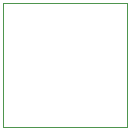
<source format=gbr>
%TF.GenerationSoftware,Altium Limited,Altium Designer,23.4.1 (23)*%
G04 Layer_Color=32896*
%FSLAX45Y45*%
%MOMM*%
%TF.SameCoordinates,576A2805-CD40-4E5C-B7A3-750DB6231075*%
%TF.FilePolarity,Positive*%
%TF.FileFunction,Other,Mechanical_20*%
%TF.Part,Single*%
G01*
G75*
%TA.AperFunction,NonConductor*%
%ADD96C,0.05000*%
D96*
X2855700Y1001500D02*
X3900700D01*
X2855700D02*
Y2046500D01*
X3900700D01*
Y1001500D02*
Y2046500D01*
%TF.MD5,4c405f02532cf1c00fa6a8d7963d9554*%
M02*

</source>
